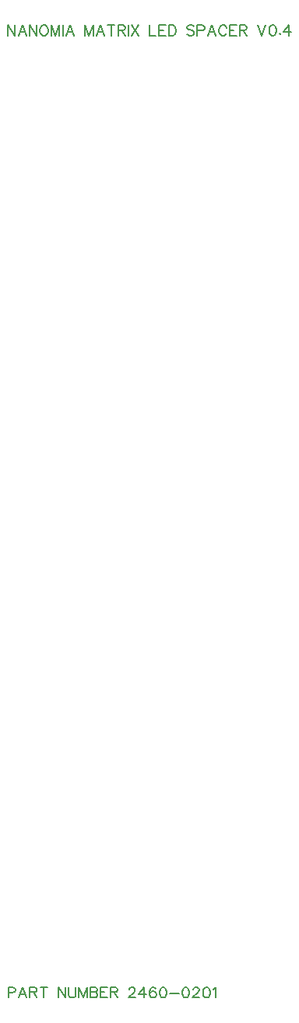
<source format=gto>
G04 Layer: TopSilkscreenLayer*
G04 EasyEDA v6.5.29, 2023-07-18 11:26:45*
G04 09e4931c45ed49a5891eeba0e66e73ee,5a6b42c53f6a479593ecc07194224c93,10*
G04 Gerber Generator version 0.2*
G04 Scale: 100 percent, Rotated: No, Reflected: No *
G04 Dimensions in millimeters *
G04 leading zeros omitted , absolute positions ,4 integer and 5 decimal *
%FSLAX45Y45*%
%MOMM*%

%ADD10C,0.2032*%

%LPD*%
D10*
X-8079816Y252374D02*
G01*
X-8079816Y137820D01*
X-8079816Y252374D02*
G01*
X-8003362Y137820D01*
X-8003362Y252374D02*
G01*
X-8003362Y137820D01*
X-7923860Y252374D02*
G01*
X-7967548Y137820D01*
X-7923860Y252374D02*
G01*
X-7880172Y137820D01*
X-7951038Y175920D02*
G01*
X-7896428Y175920D01*
X-7844104Y252374D02*
G01*
X-7844104Y137820D01*
X-7844104Y252374D02*
G01*
X-7767904Y137820D01*
X-7767904Y252374D02*
G01*
X-7767904Y137820D01*
X-7699070Y252374D02*
G01*
X-7709992Y246786D01*
X-7720914Y235864D01*
X-7726248Y224942D01*
X-7731836Y208686D01*
X-7731836Y181508D01*
X-7726248Y164998D01*
X-7720914Y154076D01*
X-7709992Y143154D01*
X-7699070Y137820D01*
X-7677226Y137820D01*
X-7666304Y143154D01*
X-7655382Y154076D01*
X-7650048Y164998D01*
X-7644460Y181508D01*
X-7644460Y208686D01*
X-7650048Y224942D01*
X-7655382Y235864D01*
X-7666304Y246786D01*
X-7677226Y252374D01*
X-7699070Y252374D01*
X-7608646Y252374D02*
G01*
X-7608646Y137820D01*
X-7608646Y252374D02*
G01*
X-7564958Y137820D01*
X-7521270Y252374D02*
G01*
X-7564958Y137820D01*
X-7521270Y252374D02*
G01*
X-7521270Y137820D01*
X-7485202Y252374D02*
G01*
X-7485202Y137820D01*
X-7405700Y252374D02*
G01*
X-7449388Y137820D01*
X-7405700Y252374D02*
G01*
X-7362012Y137820D01*
X-7432878Y175920D02*
G01*
X-7378268Y175920D01*
X-7242124Y252374D02*
G01*
X-7242124Y137820D01*
X-7242124Y252374D02*
G01*
X-7198436Y137820D01*
X-7154748Y252374D02*
G01*
X-7198436Y137820D01*
X-7154748Y252374D02*
G01*
X-7154748Y137820D01*
X-7074992Y252374D02*
G01*
X-7118680Y137820D01*
X-7074992Y252374D02*
G01*
X-7031558Y137820D01*
X-7102424Y175920D02*
G01*
X-7047814Y175920D01*
X-6957390Y252374D02*
G01*
X-6957390Y137820D01*
X-6995490Y252374D02*
G01*
X-6919036Y252374D01*
X-6882968Y252374D02*
G01*
X-6882968Y137820D01*
X-6882968Y252374D02*
G01*
X-6833946Y252374D01*
X-6817690Y246786D01*
X-6812102Y241452D01*
X-6806768Y230530D01*
X-6806768Y219608D01*
X-6812102Y208686D01*
X-6817690Y203098D01*
X-6833946Y197764D01*
X-6882968Y197764D01*
X-6844868Y197764D02*
G01*
X-6806768Y137820D01*
X-6770700Y252374D02*
G01*
X-6770700Y137820D01*
X-6734632Y252374D02*
G01*
X-6658432Y137820D01*
X-6658432Y252374D02*
G01*
X-6734632Y137820D01*
X-6538290Y252374D02*
G01*
X-6538290Y137820D01*
X-6538290Y137820D02*
G01*
X-6473012Y137820D01*
X-6436944Y252374D02*
G01*
X-6436944Y137820D01*
X-6436944Y252374D02*
G01*
X-6366078Y252374D01*
X-6436944Y197764D02*
G01*
X-6393256Y197764D01*
X-6436944Y137820D02*
G01*
X-6366078Y137820D01*
X-6330010Y252374D02*
G01*
X-6330010Y137820D01*
X-6330010Y252374D02*
G01*
X-6291910Y252374D01*
X-6275400Y246786D01*
X-6264478Y235864D01*
X-6259144Y224942D01*
X-6253556Y208686D01*
X-6253556Y181508D01*
X-6259144Y164998D01*
X-6264478Y154076D01*
X-6275400Y143154D01*
X-6291910Y137820D01*
X-6330010Y137820D01*
X-6057214Y235864D02*
G01*
X-6068136Y246786D01*
X-6084646Y252374D01*
X-6106490Y252374D01*
X-6122746Y246786D01*
X-6133668Y235864D01*
X-6133668Y224942D01*
X-6128080Y214020D01*
X-6122746Y208686D01*
X-6111824Y203098D01*
X-6079058Y192430D01*
X-6068136Y186842D01*
X-6062802Y181508D01*
X-6057214Y170586D01*
X-6057214Y154076D01*
X-6068136Y143154D01*
X-6084646Y137820D01*
X-6106490Y137820D01*
X-6122746Y143154D01*
X-6133668Y154076D01*
X-6021400Y252374D02*
G01*
X-6021400Y137820D01*
X-6021400Y252374D02*
G01*
X-5972124Y252374D01*
X-5955868Y246786D01*
X-5950280Y241452D01*
X-5944946Y230530D01*
X-5944946Y214020D01*
X-5950280Y203098D01*
X-5955868Y197764D01*
X-5972124Y192430D01*
X-6021400Y192430D01*
X-5865190Y252374D02*
G01*
X-5908878Y137820D01*
X-5865190Y252374D02*
G01*
X-5821756Y137820D01*
X-5892622Y175920D02*
G01*
X-5838012Y175920D01*
X-5703900Y224942D02*
G01*
X-5709234Y235864D01*
X-5720156Y246786D01*
X-5731078Y252374D01*
X-5752922Y252374D01*
X-5763844Y246786D01*
X-5774766Y235864D01*
X-5780100Y224942D01*
X-5785688Y208686D01*
X-5785688Y181508D01*
X-5780100Y164998D01*
X-5774766Y154076D01*
X-5763844Y143154D01*
X-5752922Y137820D01*
X-5731078Y137820D01*
X-5720156Y143154D01*
X-5709234Y154076D01*
X-5703900Y164998D01*
X-5667832Y252374D02*
G01*
X-5667832Y137820D01*
X-5667832Y252374D02*
G01*
X-5596966Y252374D01*
X-5667832Y197764D02*
G01*
X-5624144Y197764D01*
X-5667832Y137820D02*
G01*
X-5596966Y137820D01*
X-5560898Y252374D02*
G01*
X-5560898Y137820D01*
X-5560898Y252374D02*
G01*
X-5511876Y252374D01*
X-5495366Y246786D01*
X-5490032Y241452D01*
X-5484444Y230530D01*
X-5484444Y219608D01*
X-5490032Y208686D01*
X-5495366Y203098D01*
X-5511876Y197764D01*
X-5560898Y197764D01*
X-5522798Y197764D02*
G01*
X-5484444Y137820D01*
X-5364556Y252374D02*
G01*
X-5320868Y137820D01*
X-5277180Y252374D02*
G01*
X-5320868Y137820D01*
X-5208600Y252374D02*
G01*
X-5224856Y246786D01*
X-5235778Y230530D01*
X-5241366Y203098D01*
X-5241366Y186842D01*
X-5235778Y159664D01*
X-5224856Y143154D01*
X-5208600Y137820D01*
X-5197678Y137820D01*
X-5181168Y143154D01*
X-5170246Y159664D01*
X-5164912Y186842D01*
X-5164912Y203098D01*
X-5170246Y230530D01*
X-5181168Y246786D01*
X-5197678Y252374D01*
X-5208600Y252374D01*
X-5123510Y164998D02*
G01*
X-5128844Y159664D01*
X-5123510Y154076D01*
X-5117922Y159664D01*
X-5123510Y164998D01*
X-5027498Y252374D02*
G01*
X-5082108Y175920D01*
X-5000066Y175920D01*
X-5027498Y252374D02*
G01*
X-5027498Y137820D01*
X-8077530Y-10216997D02*
G01*
X-8077530Y-10331551D01*
X-8077530Y-10216997D02*
G01*
X-8028508Y-10216997D01*
X-8012252Y-10222585D01*
X-8006664Y-10227919D01*
X-8001330Y-10238841D01*
X-8001330Y-10255351D01*
X-8006664Y-10266273D01*
X-8012252Y-10271607D01*
X-8028508Y-10277195D01*
X-8077530Y-10277195D01*
X-7921574Y-10216997D02*
G01*
X-7965262Y-10331551D01*
X-7921574Y-10216997D02*
G01*
X-7877886Y-10331551D01*
X-7949006Y-10293451D02*
G01*
X-7894396Y-10293451D01*
X-7842072Y-10216997D02*
G01*
X-7842072Y-10331551D01*
X-7842072Y-10216997D02*
G01*
X-7792796Y-10216997D01*
X-7776540Y-10222585D01*
X-7771206Y-10227919D01*
X-7765618Y-10238841D01*
X-7765618Y-10249763D01*
X-7771206Y-10260685D01*
X-7776540Y-10266273D01*
X-7792796Y-10271607D01*
X-7842072Y-10271607D01*
X-7803718Y-10271607D02*
G01*
X-7765618Y-10331551D01*
X-7691450Y-10216997D02*
G01*
X-7691450Y-10331551D01*
X-7729550Y-10216997D02*
G01*
X-7653350Y-10216997D01*
X-7533208Y-10216997D02*
G01*
X-7533208Y-10331551D01*
X-7533208Y-10216997D02*
G01*
X-7457008Y-10331551D01*
X-7457008Y-10216997D02*
G01*
X-7457008Y-10331551D01*
X-7420940Y-10216997D02*
G01*
X-7420940Y-10299039D01*
X-7415352Y-10315295D01*
X-7404430Y-10326217D01*
X-7388174Y-10331551D01*
X-7377252Y-10331551D01*
X-7360996Y-10326217D01*
X-7350074Y-10315295D01*
X-7344486Y-10299039D01*
X-7344486Y-10216997D01*
X-7308418Y-10216997D02*
G01*
X-7308418Y-10331551D01*
X-7308418Y-10216997D02*
G01*
X-7264984Y-10331551D01*
X-7221296Y-10216997D02*
G01*
X-7264984Y-10331551D01*
X-7221296Y-10216997D02*
G01*
X-7221296Y-10331551D01*
X-7185228Y-10216997D02*
G01*
X-7185228Y-10331551D01*
X-7185228Y-10216997D02*
G01*
X-7136206Y-10216997D01*
X-7119696Y-10222585D01*
X-7114362Y-10227919D01*
X-7109028Y-10238841D01*
X-7109028Y-10249763D01*
X-7114362Y-10260685D01*
X-7119696Y-10266273D01*
X-7136206Y-10271607D01*
X-7185228Y-10271607D02*
G01*
X-7136206Y-10271607D01*
X-7119696Y-10277195D01*
X-7114362Y-10282529D01*
X-7109028Y-10293451D01*
X-7109028Y-10309961D01*
X-7114362Y-10320629D01*
X-7119696Y-10326217D01*
X-7136206Y-10331551D01*
X-7185228Y-10331551D01*
X-7072960Y-10216997D02*
G01*
X-7072960Y-10331551D01*
X-7072960Y-10216997D02*
G01*
X-7002094Y-10216997D01*
X-7072960Y-10271607D02*
G01*
X-7029272Y-10271607D01*
X-7072960Y-10331551D02*
G01*
X-7002094Y-10331551D01*
X-6966026Y-10216997D02*
G01*
X-6966026Y-10331551D01*
X-6966026Y-10216997D02*
G01*
X-6917004Y-10216997D01*
X-6900494Y-10222585D01*
X-6895160Y-10227919D01*
X-6889572Y-10238841D01*
X-6889572Y-10249763D01*
X-6895160Y-10260685D01*
X-6900494Y-10266273D01*
X-6917004Y-10271607D01*
X-6966026Y-10271607D01*
X-6927926Y-10271607D02*
G01*
X-6889572Y-10331551D01*
X-6764096Y-10244429D02*
G01*
X-6764096Y-10238841D01*
X-6758762Y-10227919D01*
X-6753174Y-10222585D01*
X-6742252Y-10216997D01*
X-6720662Y-10216997D01*
X-6709740Y-10222585D01*
X-6704152Y-10227919D01*
X-6698818Y-10238841D01*
X-6698818Y-10249763D01*
X-6704152Y-10260685D01*
X-6715074Y-10277195D01*
X-6769684Y-10331551D01*
X-6693230Y-10331551D01*
X-6602806Y-10216997D02*
G01*
X-6657162Y-10293451D01*
X-6575374Y-10293451D01*
X-6602806Y-10216997D02*
G01*
X-6602806Y-10331551D01*
X-6474028Y-10233507D02*
G01*
X-6479362Y-10222585D01*
X-6495872Y-10216997D01*
X-6506794Y-10216997D01*
X-6523050Y-10222585D01*
X-6533972Y-10238841D01*
X-6539560Y-10266273D01*
X-6539560Y-10293451D01*
X-6533972Y-10315295D01*
X-6523050Y-10326217D01*
X-6506794Y-10331551D01*
X-6501206Y-10331551D01*
X-6484950Y-10326217D01*
X-6474028Y-10315295D01*
X-6468440Y-10299039D01*
X-6468440Y-10293451D01*
X-6474028Y-10277195D01*
X-6484950Y-10266273D01*
X-6501206Y-10260685D01*
X-6506794Y-10260685D01*
X-6523050Y-10266273D01*
X-6533972Y-10277195D01*
X-6539560Y-10293451D01*
X-6399860Y-10216997D02*
G01*
X-6416116Y-10222585D01*
X-6427038Y-10238841D01*
X-6432626Y-10266273D01*
X-6432626Y-10282529D01*
X-6427038Y-10309961D01*
X-6416116Y-10326217D01*
X-6399860Y-10331551D01*
X-6388938Y-10331551D01*
X-6372428Y-10326217D01*
X-6361760Y-10309961D01*
X-6356172Y-10282529D01*
X-6356172Y-10266273D01*
X-6361760Y-10238841D01*
X-6372428Y-10222585D01*
X-6388938Y-10216997D01*
X-6399860Y-10216997D01*
X-6320104Y-10282529D02*
G01*
X-6222060Y-10282529D01*
X-6153226Y-10216997D02*
G01*
X-6169736Y-10222585D01*
X-6180658Y-10238841D01*
X-6185992Y-10266273D01*
X-6185992Y-10282529D01*
X-6180658Y-10309961D01*
X-6169736Y-10326217D01*
X-6153226Y-10331551D01*
X-6142304Y-10331551D01*
X-6126048Y-10326217D01*
X-6115126Y-10309961D01*
X-6109538Y-10282529D01*
X-6109538Y-10266273D01*
X-6115126Y-10238841D01*
X-6126048Y-10222585D01*
X-6142304Y-10216997D01*
X-6153226Y-10216997D01*
X-6068136Y-10244429D02*
G01*
X-6068136Y-10238841D01*
X-6062802Y-10227919D01*
X-6057214Y-10222585D01*
X-6046292Y-10216997D01*
X-6024448Y-10216997D01*
X-6013526Y-10222585D01*
X-6008192Y-10227919D01*
X-6002604Y-10238841D01*
X-6002604Y-10249763D01*
X-6008192Y-10260685D01*
X-6019114Y-10277195D01*
X-6073724Y-10331551D01*
X-5997270Y-10331551D01*
X-5928436Y-10216997D02*
G01*
X-5944946Y-10222585D01*
X-5955868Y-10238841D01*
X-5961202Y-10266273D01*
X-5961202Y-10282529D01*
X-5955868Y-10309961D01*
X-5944946Y-10326217D01*
X-5928436Y-10331551D01*
X-5917514Y-10331551D01*
X-5901258Y-10326217D01*
X-5890336Y-10309961D01*
X-5885002Y-10282529D01*
X-5885002Y-10266273D01*
X-5890336Y-10238841D01*
X-5901258Y-10222585D01*
X-5917514Y-10216997D01*
X-5928436Y-10216997D01*
X-5848934Y-10238841D02*
G01*
X-5838012Y-10233507D01*
X-5821756Y-10216997D01*
X-5821756Y-10331551D01*
M02*

</source>
